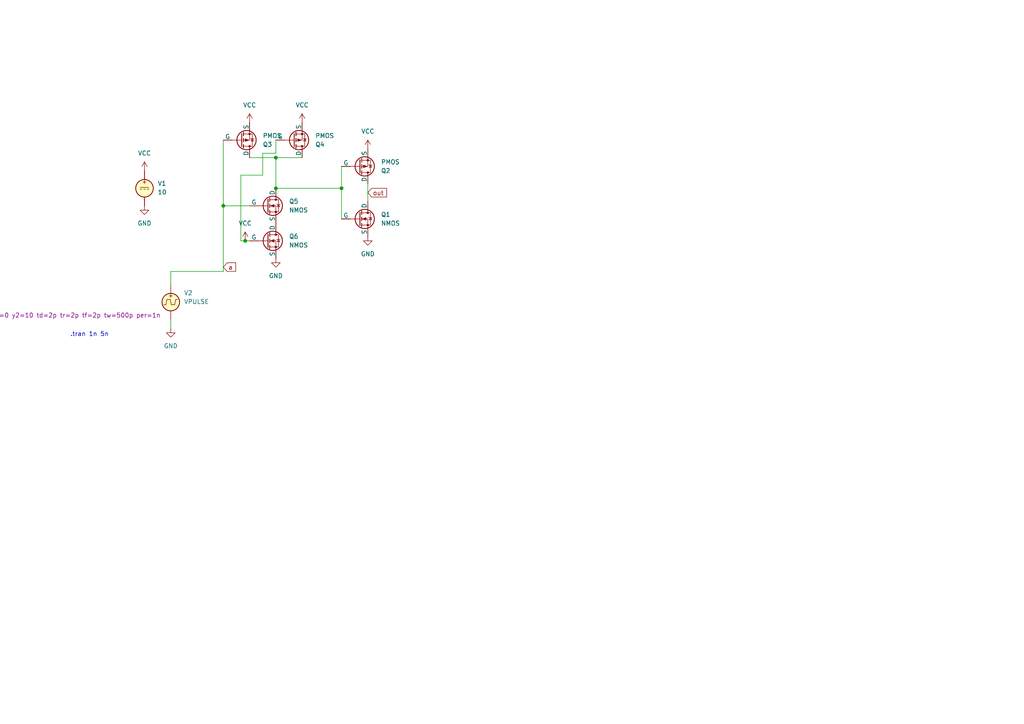
<source format=kicad_sch>
(kicad_sch (version 20230121) (generator eeschema)
  (paper "A4")
  (lib_symbols
    (symbol "Simulation_SPICE:NMOS" (pin_numbers hide) (pin_names (offset 0))
      (property "Reference" "Q" (at 5.08 1.27 0))
      (property "Value" "NMOS" (at 5.08 -1.27 0))
      (symbol "NMOS_0_1"
        (polyline (pts (xy 0.254 0) (xy -2.54 0)))
        (polyline (pts (xy 0.254 1.905) (xy 0.254 -1.905)) (stroke (width 0.254)))
        (polyline (pts (xy 0.762 -1.27) (xy 0.762 -2.286)) (stroke (width 0.254)))
        (polyline (pts (xy 0.762 0.508) (xy 0.762 -0.508)) (stroke (width 0.254)))
        (polyline (pts (xy 0.762 2.286) (xy 0.762 1.27)) (stroke (width 0.254)))
        (polyline (pts (xy 2.54 2.54) (xy 2.54 1.778)))
        (polyline (pts (xy 2.54 -2.54) (xy 2.54 0) (xy 0.762 0)))
        (polyline (pts (xy 0.762 -1.778) (xy 3.302 -1.778) (xy 3.302 1.778) (xy 0.762 1.778)))
        (polyline (pts (xy 1.016 0) (xy 2.032 0.381) (xy 2.032 -0.381) (xy 1.016 0)) (fill (type outline)))
        (polyline (pts (xy 2.794 0.508) (xy 2.921 0.381) (xy 3.683 0.381) (xy 3.81 0.254)))
        (polyline (pts (xy 3.302 0.381) (xy 2.921 -0.254) (xy 3.683 -0.254) (xy 3.302 0.381)))
        (circle (center 1.651 0) (radius 2.794) (stroke (width 0.254)))
        (circle (center 2.54 -1.778) (radius 0.254) (fill (type outline)))
        (circle (center 2.54 1.778) (radius 0.254) (fill (type outline)))
      )
      (symbol "NMOS_1_1"
        (pin passive line (at 2.54 5.08 270) (length 2.54) (name "D") (number "1"))
        (pin input line (at -5.08 0 0) (length 2.54) (name "G") (number "2"))
        (pin passive line (at 2.54 -5.08 90) (length 2.54) (name "S") (number "3"))
      )
    )
    (symbol "Simulation_SPICE:PMOS" (pin_numbers hide) (pin_names (offset 0))
      (property "Reference" "Q" (at 5.08 1.27 0))
      (property "Value" "PMOS" (at 5.08 -1.27 0))
      (symbol "PMOS_0_1"
        (polyline (pts (xy 0.254 0) (xy -2.54 0)))
        (polyline (pts (xy 0.254 1.905) (xy 0.254 -1.905)) (stroke (width 0.254)))
        (polyline (pts (xy 0.762 -1.27) (xy 0.762 -2.286)) (stroke (width 0.254)))
        (polyline (pts (xy 0.762 0.508) (xy 0.762 -0.508)) (stroke (width 0.254)))
        (polyline (pts (xy 0.762 2.286) (xy 0.762 1.27)) (stroke (width 0.254)))
        (polyline (pts (xy 2.54 2.54) (xy 2.54 1.778)))
        (polyline (pts (xy 2.54 -2.54) (xy 2.54 0) (xy 0.762 0)))
        (polyline (pts (xy 0.762 1.778) (xy 3.302 1.778) (xy 3.302 -1.778) (xy 0.762 -1.778)))
        (polyline (pts (xy 2.286 0) (xy 1.27 0.381) (xy 1.27 -0.381) (xy 2.286 0)) (fill (type outline)))
        (polyline (pts (xy 2.794 -0.508) (xy 2.921 -0.381) (xy 3.683 -0.381) (xy 3.81 -0.254)))
        (polyline (pts (xy 3.302 -0.381) (xy 2.921 0.254) (xy 3.683 0.254) (xy 3.302 -0.381)))
        (circle (center 1.651 0) (radius 2.794) (stroke (width 0.254)))
        (circle (center 2.54 -1.778) (radius 0.254) (fill (type outline)))
        (circle (center 2.54 1.778) (radius 0.254) (fill (type outline)))
      )
      (symbol "PMOS_1_1"
        (pin passive line (at 2.54 5.08 270) (length 2.54) (name "D") (number "1"))
        (pin input line (at -5.08 0 0) (length 2.54) (name "G") (number "2"))
        (pin passive line (at 2.54 -5.08 90) (length 2.54) (name "S") (number "3"))
      )
    )
    (symbol "Simulation_SPICE:VDC" (pin_numbers hide) (pin_names (offset 0.0254))
      (property "Reference" "V" (at 2.54 2.54 0))
      (property "Value" "1" (at 2.54 0 0))
      (symbol "VDC_0_0"
        (polyline (pts (xy -1.27 0.254) (xy 1.27 0.254)))
        (polyline (pts (xy -0.762 -0.254) (xy -1.27 -0.254)))
        (polyline (pts (xy 0.254 -0.254) (xy -0.254 -0.254)))
        (polyline (pts (xy 1.27 -0.254) (xy 0.762 -0.254)))
        (text "+" (at 0 1.905 0) (effects (font (size 1.27 1.27))))
      )
      (symbol "VDC_0_1"
        (circle (center 0 0) (radius 2.54) (stroke (width 0.254)) (fill (type background)))
      )
      (symbol "VDC_1_1"
        (pin passive line (at 0 5.08 270) (length 2.54) (name "~") (number "1"))
        (pin passive line (at 0 -5.08 90) (length 2.54) (name "~") (number "2"))
      )
    )
    (symbol "Simulation_SPICE:VPULSE" (pin_numbers hide) (pin_names (offset 0.0254))
      (property "Reference" "V" (at 2.54 2.54 0))
      (property "Value" "VPULSE" (at 2.54 0 0))
      (property "Sim.Params" "y1=0 y2=1 td=2n tr=2n tf=2n tw=50n per=100n" (at 2.54 -2.54 0))
      (symbol "VPULSE_0_0"
        (polyline (pts (xy -2.032 -0.762) (xy -1.397 -0.762) (xy -1.143 0.762) (xy -0.127 0.762) (xy 0.127 -0.762) (xy 1.143 -0.762) (xy 1.397 0.762) (xy 2.032 0.762)))
        (text "+" (at 0 1.905 0) (effects (font (size 1.27 1.27))))
      )
      (symbol "VPULSE_0_1"
        (circle (center 0 0) (radius 2.54) (stroke (width 0.254)) (fill (type background)))
      )
      (symbol "VPULSE_1_1"
        (pin passive line (at 0 5.08 270) (length 2.54) (name "~") (number "1"))
        (pin passive line (at 0 -5.08 90) (length 2.54) (name "~") (number "2"))
      )
    )
    (symbol "power:GND" (power) (pin_names (offset 0))
      (property "Value" "GND" (at 0 -3.81 0))
      (symbol "GND_0_1"
        (polyline (pts (xy 0 0) (xy 0 -1.27) (xy 1.27 -1.27) (xy 0 -2.54) (xy -1.27 -1.27) (xy 0 -1.27)))
      )
      (symbol "GND_1_1"
        (pin power_in line (at 0 0 270) (length 0) hide (name "GND") (number "1"))
      )
    )
    (symbol "power:VCC" (power) (pin_names (offset 0))
      (property "Value" "VCC" (at 0 3.81 0))
      (symbol "VCC_0_1"
        (polyline (pts (xy -0.762 1.27) (xy 0 2.54)))
        (polyline (pts (xy 0 0) (xy 0 2.54)))
        (polyline (pts (xy 0 2.54) (xy 0.762 1.27)))
      )
      (symbol "VCC_1_1"
        (pin power_in line (at 0 0 90) (length 0) hide (name "VCC") (number "1"))
      )
    )
  )
  (junction (at 80.01 54.61))
  (junction (at 71.12 69.85))
  (junction (at 80.01 45.72))
  (junction (at 99.06 54.61))
  (junction (at 64.77 59.69))
  (wire (pts (xy 87.63 45.72) (xy 80.01 45.72)))
  (wire (pts (xy 72.39 45.72) (xy 80.01 45.72)))
  (wire (pts (xy 80.01 45.72) (xy 80.01 54.61)))
  (wire (pts (xy 80.01 40.64) (xy 80.01 44.45)))
  (wire (pts (xy 71.12 69.85) (xy 72.39 69.85)))
  (wire (pts (xy 64.77 59.69) (xy 72.39 59.69)))
  (wire (pts (xy 99.06 54.61) (xy 99.06 63.5)))
  (wire (pts (xy 76.2 44.45) (xy 76.2 50.8)))
  (wire (pts (xy 80.01 54.61) (xy 99.06 54.61)))
  (wire (pts (xy 64.77 59.69) (xy 64.77 78.74)))
  (wire (pts (xy 69.85 69.85) (xy 71.12 69.85)))
  (wire (pts (xy 64.77 40.64) (xy 64.77 59.69)))
  (wire (pts (xy 64.77 78.74) (xy 49.53 78.74)))
  (wire (pts (xy 69.85 50.8) (xy 69.85 69.85)))
  (wire (pts (xy 99.06 48.26) (xy 99.06 54.61)))
  (wire (pts (xy 80.01 44.45) (xy 76.2 44.45)))
  (wire (pts (xy 106.68 53.34) (xy 106.68 58.42)))
  (wire (pts (xy 49.53 95.25) (xy 49.53 92.71)))
  (wire (pts (xy 49.53 82.55) (xy 49.53 78.74)))
  (wire (pts (xy 76.2 50.8) (xy 69.85 50.8)))
  (text ".tran 1n 5n\n" (at 20.32 97.79 0) (effects (font (size 1.27 1.27)) (justify left bottom)))
  (global_label "out" (shape input) (at 106.68 55.88 0) (property "Intersheetrefs" "${INTERSHEET_REFS}" (effects hide)))
  (global_label "a" (shape input) (at 64.77 77.47 0) (property "Intersheetrefs" "${INTERSHEET_REFS}" (effects hide)))
  (symbol (lib_id "power:VCC") (at 41.91 49.53 0) (unit 1)
    (property "Reference" "#PWR02" (effects hide))
    (property "Value" "VCC" (at 41.91 44.45 0))
  )
  (symbol (lib_id "Simulation_SPICE:VDC") (at 41.91 54.61 0) (unit 1)
    (property "Reference" "V1" (at 45.72 53.2102 0) (effects (justify left)))
    (property "Value" "10" (at 45.72 55.7502 0) (effects (justify left)))
    (property "Sim.Pins" "1=+ 2=-" (effects hide))
    (property "Sim.Type" "DC" (effects hide))
    (property "Sim.Device" "V" (effects hide))
  )
  (symbol (lib_id "Simulation_SPICE:NMOS") (at 104.14 63.5 0) (unit 1)
    (property "Reference" "Q1" (at 110.49 62.23 0) (effects (justify left)))
    (property "Value" "NMOS" (at 110.49 64.77 0) (effects (justify left)))
    (property "Datasheet" "https://ngspice.sourceforge.io/docs/ngspice-manual.pdf" (effects hide))
    (property "Sim.Device" "NMOS" (effects hide))
    (property "Sim.Type" "MOS1" (effects hide))
    (property "Sim.Pins" "1=D 2=G 3=S" (effects hide))
  )
  (symbol (lib_id "Simulation_SPICE:PMOS") (at 69.85 40.64 0) (mirror x) (unit 1)
    (property "Reference" "Q3" (at 76.2 41.91 0) (effects (justify left)))
    (property "Value" "PMOS" (at 76.2 39.37 0) (effects (justify left)))
    (property "Datasheet" "https://ngspice.sourceforge.io/docs/ngspice-manual.pdf" (effects hide))
    (property "Sim.Device" "PMOS" (effects hide))
    (property "Sim.Type" "MOS1" (effects hide))
    (property "Sim.Pins" "1=D 2=G 3=S" (effects hide))
  )
  (symbol (lib_id "power:VCC") (at 72.39 35.56 0) (unit 1)
    (property "Reference" "#PWR08" (effects hide))
    (property "Value" "VCC" (at 72.39 30.48 0))
  )
  (symbol (lib_id "Simulation_SPICE:VPULSE") (at 49.53 87.63 0) (unit 1)
    (property "Reference" "V2" (at 53.34 84.9602 0) (effects (justify left)))
    (property "Value" "VPULSE" (at 53.34 87.5002 0) (effects (justify left)))
    (property "Sim.Pins" "1=+ 2=-" (effects hide))
    (property "Sim.Type" "PULSE" (effects hide))
    (property "Sim.Device" "V" (effects hide))
    (property "Sim.Params" "y1=0 y2=10 td=2p tr=2p tf=2p tw=500p per=1n" (at -2.54 91.44 0) (effects (justify left)))
  )
  (symbol (lib_id "power:VCC") (at 106.68 43.18 0) (unit 1)
    (property "Reference" "#PWR03" (effects hide))
    (property "Value" "VCC" (at 106.68 38.1 0))
  )
  (symbol (lib_id "power:VCC") (at 87.63 35.56 0) (unit 1)
    (property "Reference" "#PWR07" (effects hide))
    (property "Value" "VCC" (at 87.63 30.48 0))
  )
  (symbol (lib_id "Simulation_SPICE:NMOS") (at 77.47 59.69 0) (unit 1)
    (property "Reference" "Q5" (at 83.82 58.42 0) (effects (justify left)))
    (property "Value" "NMOS" (at 83.82 60.96 0) (effects (justify left)))
    (property "Datasheet" "https://ngspice.sourceforge.io/docs/ngspice-manual.pdf" (effects hide))
    (property "Sim.Device" "NMOS" (effects hide))
    (property "Sim.Type" "MOS1" (effects hide))
    (property "Sim.Pins" "1=D 2=G 3=S" (effects hide))
  )
  (symbol (lib_id "power:GND") (at 80.01 74.93 0) (unit 1)
    (property "Reference" "#PWR06" (effects hide))
    (property "Value" "GND" (at 80.01 80.01 0))
  )
  (symbol (lib_id "power:GND") (at 49.53 95.25 0) (unit 1)
    (property "Reference" "#PWR05" (effects hide))
    (property "Value" "GND" (at 49.53 100.33 0))
  )
  (symbol (lib_id "power:GND") (at 41.91 59.69 0) (unit 1)
    (property "Reference" "#PWR01" (effects hide))
    (property "Value" "GND" (at 41.91 64.77 0))
  )
  (symbol (lib_id "Simulation_SPICE:PMOS") (at 104.14 48.26 0) (mirror x) (unit 1)
    (property "Reference" "Q2" (at 110.49 49.53 0) (effects (justify left)))
    (property "Value" "PMOS" (at 110.49 46.99 0) (effects (justify left)))
    (property "Datasheet" "https://ngspice.sourceforge.io/docs/ngspice-manual.pdf" (effects hide))
    (property "Sim.Device" "PMOS" (effects hide))
    (property "Sim.Type" "MOS1" (effects hide))
    (property "Sim.Pins" "1=D 2=G 3=S" (effects hide))
  )
  (symbol (lib_id "Simulation_SPICE:NMOS") (at 77.47 69.85 0) (unit 1)
    (property "Reference" "Q6" (at 83.82 68.58 0) (effects (justify left)))
    (property "Value" "NMOS" (at 83.82 71.12 0) (effects (justify left)))
    (property "Datasheet" "https://ngspice.sourceforge.io/docs/ngspice-manual.pdf" (effects hide))
    (property "Sim.Device" "NMOS" (effects hide))
    (property "Sim.Type" "MOS1" (effects hide))
    (property "Sim.Pins" "1=D 2=G 3=S" (effects hide))
  )
  (symbol (lib_id "power:VCC") (at 71.12 69.85 0) (unit 1)
    (property "Reference" "#PWR09" (effects hide))
    (property "Value" "VCC" (at 71.12 64.77 0))
  )
  (symbol (lib_id "power:GND") (at 106.68 68.58 0) (unit 1)
    (property "Reference" "#PWR04" (effects hide))
    (property "Value" "GND" (at 106.68 73.66 0))
  )
  (symbol (lib_id "Simulation_SPICE:PMOS") (at 85.09 40.64 0) (mirror x) (unit 1)
    (property "Reference" "Q4" (at 91.44 41.91 0) (effects (justify left)))
    (property "Value" "PMOS" (at 91.44 39.37 0) (effects (justify left)))
    (property "Datasheet" "https://ngspice.sourceforge.io/docs/ngspice-manual.pdf" (effects hide))
    (property "Sim.Device" "PMOS" (effects hide))
    (property "Sim.Type" "MOS1" (effects hide))
    (property "Sim.Pins" "1=D 2=G 3=S" (effects hide))
  )
)
</source>
